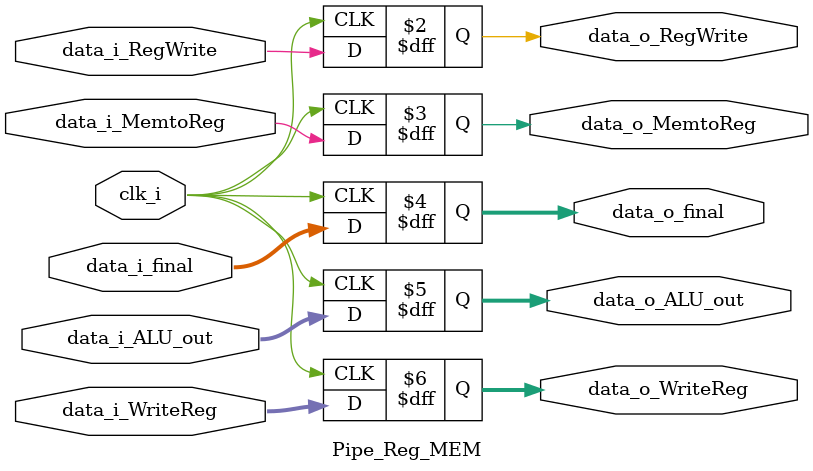
<source format=v>
module Pipe_Reg_MEM(
               clk_i,
					data_i_RegWrite,
		         data_i_MemtoReg,
					data_i_final,
					data_i_ALU_out,
					data_i_WriteReg,
					
					
					data_o_RegWrite,
					data_o_MemtoReg,
					data_o_final,
					data_o_ALU_out,
					data_o_WriteReg
					);
					
parameter size = 32;

input                    clk_i;		
input      data_i_RegWrite;  
input      data_i_MemtoReg;
input      [size-1: 0] data_i_final;
input      [size-1: 0] data_i_ALU_out;  
input      [5-1: 0] data_i_WriteReg;


output reg             data_o_RegWrite;  
output reg             data_o_MemtoReg;
output reg     [size-1: 0] data_o_final;
output reg     [size-1: 0] data_o_ALU_out;  
output reg     [5-1: 0]    data_o_WriteReg;
	  
always @(posedge clk_i) begin
   
	            data_o_RegWrite<= data_i_RegWrite;
					data_o_MemtoReg<=data_i_MemtoReg;
					data_o_final<=data_i_final;
					data_o_ALU_out<=data_i_ALU_out;
					data_o_WriteReg<=data_i_WriteReg;
	
	
end

endmodule	
</source>
